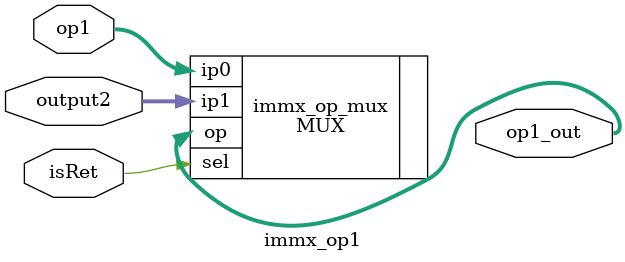
<source format=v>
module immx_op1(
    input [31:0] output2,
    input [31:0] op1,
    output [31:0] op1_out,
    input wire isRet
);

    MUX immx_op_mux (
        .ip0(op1),
        .ip1(output2),
        .sel(isRet),
        .op(op1_out)
    );

endmodule

</source>
